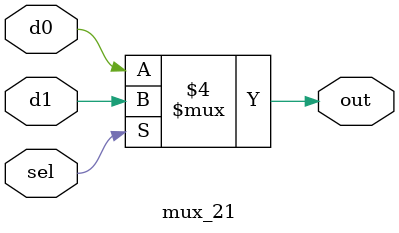
<source format=sv>
module carry_select_adder
(
    input   logic[15:0]     A,
    input   logic[15:0]     B,
    output  logic[15:0]     Sum,
    output  logic           CO
);

    /* TODO
     *
     * Insert code here to implement a carry select.
     * Your code should be completly combinational (don't use always_ff or always_latch).
     * Feel free to create sub-modules or other files. */
	  logic C1, C2, C3;
	  four_bit_adder fba(.A1(A[3:0]), .B1(B[3:0]), .CIN(1'b0), .SUM1(Sum[3:0]), .COUT(C1));
     csa4 cs1(.a(A[7:4]), .b(B[7:4]), .cin(C1), .sum(Sum[7:4]), .cout(C2));
	  csa4 cs2(.a(A[11:8]), .b(B[11:8]), .cin(C2), .sum(Sum[11:8]), .cout(C3));
	  csa4 cs3(.a(A[15:12]), .b(B[15:12]), .cin(C3), .sum(Sum[15:12]), .cout(CO));
endmodule

module csa4(input logic [3:0] a, b,
				input logic cin,
				output logic [3:0]sum, 
				output logic cout);
	logic [3:0] s0, s1;
	logic c0, c1;
	four_bit_adder fba0(.A1(a), .B1(b), .CIN(1'b0), .SUM1(s0), .COUT(c0));
	four_bit_adder fba1(.A1(a), .B1(b), .CIN(1'b1), .SUM1(s1), .COUT(c1));
	mux_21 m0(.d0(s0[0]), .d1(s1[0]), .sel(cin), .out(sum[0]));
	mux_21 m1(.d0(s0[1]), .d1(s1[1]), .sel(cin), .out(sum[1]));
	mux_21 m2(.d0(s0[2]), .d1(s1[2]), .sel(cin), .out(sum[2]));
	mux_21 m3(.d0(s0[3]), .d1(s1[3]), .sel(cin), .out(sum[3]));
	mux_21 mC(.d0(c0), .d1(c1), .sel(cin), .out(cout));
endmodule 

module mux_21(input logic d0, 
				input logic d1, 
				input logic sel,
				output logic out);
	always_comb
	begin
		if (sel == 1'b1)
			out = d1;
		else
			out = d0;
	end
endmodule 
</source>
